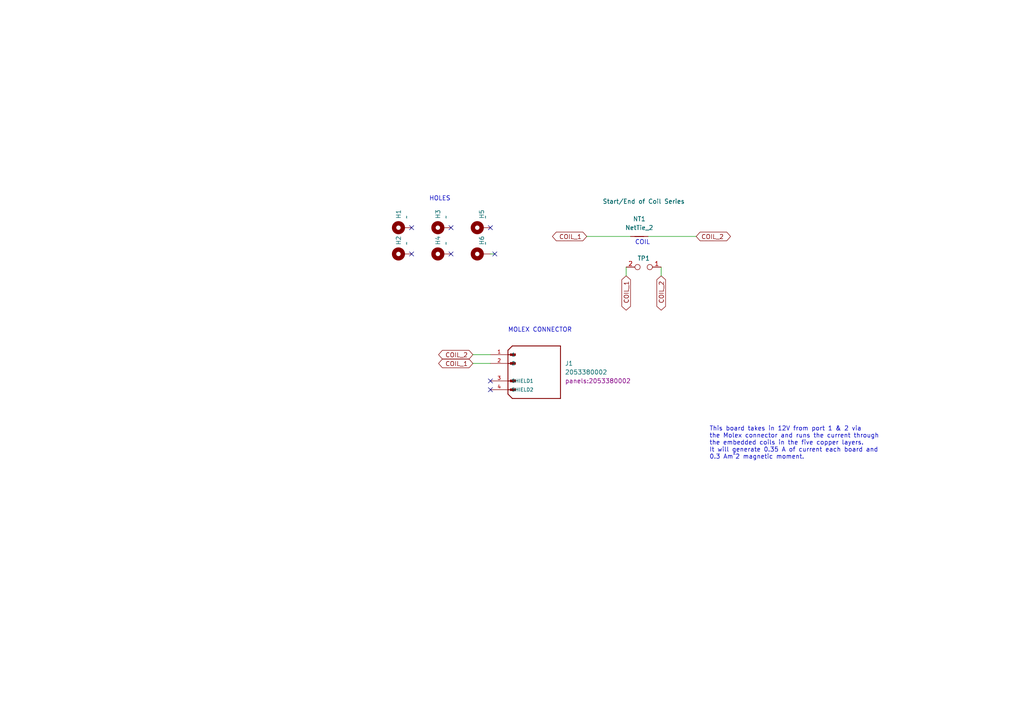
<source format=kicad_sch>
(kicad_sch (version 20230121) (generator eeschema)
  (paper "A4")
  (title_block (title "Magnemite") (date "2024-05-08") (rev "2.0") (comment 1 "Designed by: Eric Liu"))
  (lib_symbols
    (symbol "Device:NetTie_2" (pin_numbers hide) (pin_names (offset 0) hide) (in_bom no)
      (property "Reference" "NT" (at 0 1.27 0))
      (property "Value" "NetTie_2" (at 0 -1.27 0))
      (symbol "NetTie_2_0_1"
        (polyline (pts (xy -1.27 0) (xy 1.27 0)) (stroke (width 0.254)))
      )
      (symbol "NetTie_2_1_1"
        (pin passive line (at -2.54 0 0) (length 2.54) (name "1") (number "1"))
        (pin passive line (at 2.54 0 180) (length 2.54) (name "2") (number "2"))
      )
    )
    (symbol "Mechanical:MountingHole_Pad" (pin_numbers hide) (pin_names (offset 1.016) hide)
      (property "Reference" "H" (at 0 6.35 0))
      (property "Value" "MountingHole_Pad" (at 0 4.445 0))
      (symbol "MountingHole_Pad_0_1"
        (circle (center 0 1.27) (radius 1.27) (stroke (width 1.27)))
      )
      (symbol "MountingHole_Pad_1_1"
        (pin input line (at 0 -2.54 90) (length 2.54) (name "1") (number "1"))
      )
    )
    (symbol "sidepanels:2053380002" (pin_names (offset 1.016))
      (property "Reference" "J1" (at 8.89 2.54 0))
      (property "Value" "2053380002" (at 8.89 0 0))
      (property "Footprint" "panels:2053380002" (at 8.89 -2.54 0))
      (symbol "2053380002_0_0"
        (rectangle (start -6.985 -5.3975) (end -5.3975 -4.7625) (stroke (width 0.1)) (fill (type outline)))
        (rectangle (start -6.985 -2.8575) (end -5.3975 -2.2225) (stroke (width 0.1)) (fill (type outline)))
        (rectangle (start -6.985 2.2225) (end -5.3975 2.8575) (stroke (width 0.1)) (fill (type outline)))
        (rectangle (start -6.985 4.7625) (end -5.3975 5.3975) (stroke (width 0.1)) (fill (type outline)))
        (polyline (pts (xy -7.62 -6.35) (xy -6.35 -7.62)) (stroke (width 0.254)))
        (polyline (pts (xy -7.62 -5.08) (xy -5.715 -5.08)) (stroke (width 0.254)))
        (polyline (pts (xy -7.62 -2.54) (xy -5.715 -2.54)) (stroke (width 0.254)))
        (polyline (pts (xy -7.62 2.54) (xy -5.715 2.54)) (stroke (width 0.254)))
        (polyline (pts (xy -7.62 5.08) (xy -5.715 5.08)) (stroke (width 0.254)))
        (polyline (pts (xy -7.62 6.35) (xy -7.62 -6.35)) (stroke (width 0.254)))
        (polyline (pts (xy -7.62 6.35) (xy -6.35 7.62)) (stroke (width 0.254)))
        (polyline (pts (xy -6.35 -7.62) (xy 7.62 -7.62)) (stroke (width 0.254)))
        (polyline (pts (xy 7.62 -7.62) (xy 7.62 7.62)) (stroke (width 0.254)))
        (polyline (pts (xy 7.62 7.62) (xy -6.35 7.62)) (stroke (width 0.254)))
        (pin passive line (at -12.7 5.08 0) (length 5.08) (name "1") (number "1"))
        (pin passive line (at -12.7 2.54 0) (length 5.08) (name "2") (number "2"))
        (pin passive line (at -12.7 -2.54 0) (length 5.08) (name "SHIELD1") (number "3"))
        (pin passive line (at -12.7 -5.08 0) (length 5.08) (name "SHIELD2") (number "4"))
      )
    )
    (symbol "sidepanels:TestPointConnection" (pin_names (offset 0.762) hide)
      (property "Reference" "TP" (at 0 1.524 0))
      (property "Value" "TestPointConnection" (at 0 -1.778 0))
      (symbol "TestPointConnection_0_1"
        (circle (center -1.778 0) (radius 0.762))
        (circle (center 1.778 0) (radius 0.762))
        (pin passive line (at -5.08 0 0) (length 2.54) (name "1") (number "1"))
        (pin passive line (at 5.08 0 180) (length 2.54) (name "2") (number "2"))
      )
    )
  )
  (no_connect (at 130.81 66.04))
  (no_connect (at 119.38 66.04))
  (no_connect (at 130.81 73.66))
  (no_connect (at 142.24 113.03))
  (no_connect (at 143.51 73.66))
  (no_connect (at 142.24 110.49))
  (no_connect (at 142.24 66.04))
  (no_connect (at 119.38 73.66))
  (wire (pts (xy 191.77 80.01) (xy 191.77 77.47)))
  (wire (pts (xy 137.16 102.87) (xy 142.24 102.87)))
  (wire (pts (xy 201.93 68.58) (xy 187.96 68.58)))
  (wire (pts (xy 181.61 80.01) (xy 181.61 77.47)))
  (wire (pts (xy 143.51 73.66) (xy 142.24 73.66)))
  (wire (pts (xy 170.18 68.58) (xy 182.88 68.58)))
  (wire (pts (xy 137.16 105.41) (xy 142.24 105.41)))
  (text "MOLEX CONNECTOR\n" (at 147.32 96.52 0) (effects (font (size 1.27 1.27)) (justify left bottom)))
  (text "This board takes in 12V from port 1 & 2 via \nthe Molex connector and runs the current through \nthe embedded coils in the five copper layers. \nIt will generate 0.35 A of current each board and \n0.3 Am^2 magnetic moment." (at 205.74 133.35 0) (effects (font (size 1.27 1.27)) (justify left bottom)))
  (text "COIL" (at 184.15 71.12 0) (effects (font (size 1.27 1.27)) (justify left bottom)))
  (text "HOLES" (at 124.46 58.42 0) (effects (font (size 1.27 1.27)) (justify left bottom)))
  (global_label "COIL_1" (shape bidirectional) (at 137.16 105.41 180) (property "Intersheetrefs" "${INTERSHEET_REFS}" (effects hide)))
  (global_label "COIL_2" (shape bidirectional) (at 137.16 102.87 180) (property "Intersheetrefs" "${INTERSHEET_REFS}" (effects hide)))
  (global_label "COIL_1" (shape bidirectional) (at 170.18 68.58 180) (property "Intersheetrefs" "${INTERSHEET_REFS}" (effects hide)))
  (global_label "COIL_1" (shape bidirectional) (at 181.61 80.01 270) (property "Intersheetrefs" "${INTERSHEET_REFS}" (effects hide)))
  (global_label "COIL_2" (shape bidirectional) (at 191.77 80.01 270) (property "Intersheetrefs" "${INTERSHEET_REFS}" (effects hide)))
  (global_label "COIL_2" (shape bidirectional) (at 201.93 68.58 0) (property "Intersheetrefs" "${INTERSHEET_REFS}" (effects hide)))
  (symbol (lib_id "Device:NetTie_2") (at 185.42 68.58 0) (unit 1) (in_bom no)
    (property "Reference" "NT1" (at 185.42 63.5 0))
    (property "Value" "NetTie_2" (at 185.42 66.04 0))
    (property "Footprint" "NetTie:NetTie-2_SMD_Pad0.5mm" (effects hide))
  )
  (symbol (lib_id "sidepanels:TestPointConnection") (at 186.69 77.47 180) (unit 1) (in_bom no)
    (property "Reference" "TP1" (at 186.69 74.93 0))
    (property "Value" "Start/End of Coil Series" (at 186.69 58.42 0))
    (property "Footprint" "panels:TestPointConnection" (effects hide))
  )
  (symbol (lib_id "sidepanels:2053380002") (at 154.94 107.95 0) (unit 1)
    (property "Reference" "J1" (at 163.83 105.41 0) (effects (justify left)))
    (property "Value" "2053380002" (at 163.83 107.95 0) (effects (justify left)))
    (property "Footprint" "panels:2053380002" (at 163.83 110.49 0) (effects (justify left)))
    (property "PARTREV" "B" (effects hide))
    (property "STANDARD" "Manufacturer Recommendations" (effects hide))
    (property "MAXIMUM_PACKAGE_HEIGHT" "2.6 mm" (effects hide))
    (property "MANUFACTURER" "Molex" (effects hide))
  )
  (symbol (lib_id "Mechanical:MountingHole_Pad") (at 139.7 73.66 90) (unit 1) (in_bom no)
    (property "Reference" "H6" (at 139.7254 71.12 0) (effects (justify left)))
    (property "Value" "~" (at 140.7668 71.12 0) (effects (justify left)))
    (property "Footprint" "MountingHole:MountingHole_2.2mm_M2_DIN965_Pad_TopBottom" (effects hide))
  )
  (symbol (lib_id "Mechanical:MountingHole_Pad") (at 128.27 66.04 90) (unit 1) (in_bom no)
    (property "Reference" "H3" (at 127.0254 63.5 0) (effects (justify left)))
    (property "Value" "~" (at 129.3368 63.5 0) (effects (justify left)))
    (property "Footprint" "MountingHole:MountingHole_2.2mm_M2_DIN965_Pad_TopBottom" (effects hide))
  )
  (symbol (lib_id "Mechanical:MountingHole_Pad") (at 116.84 73.66 90) (unit 1) (in_bom no)
    (property "Reference" "H2" (at 115.5954 71.12 0) (effects (justify left)))
    (property "Value" "~" (at 117.9068 71.12 0) (effects (justify left)))
    (property "Footprint" "MountingHole:MountingHole_2.2mm_M2_DIN965_Pad_TopBottom" (effects hide))
  )
  (symbol (lib_id "Mechanical:MountingHole_Pad") (at 116.84 66.04 90) (unit 1) (in_bom no)
    (property "Reference" "H1" (at 115.5954 63.5 0) (effects (justify left)))
    (property "Value" "~" (at 117.9068 63.5 0) (effects (justify left)))
    (property "Footprint" "MountingHole:MountingHole_2.2mm_M2_DIN965_Pad_TopBottom" (effects hide))
  )
  (symbol (lib_id "Mechanical:MountingHole_Pad") (at 128.27 73.66 90) (unit 1) (in_bom no)
    (property "Reference" "H4" (at 127.0254 71.12 0) (effects (justify left)))
    (property "Value" "~" (at 129.3368 71.12 0) (effects (justify left)))
    (property "Footprint" "MountingHole:MountingHole_2.2mm_M2_DIN965_Pad_TopBottom" (effects hide))
  )
  (symbol (lib_id "Mechanical:MountingHole_Pad") (at 139.7 66.04 90) (unit 1) (in_bom no)
    (property "Reference" "H5" (at 139.7254 63.5 0) (effects (justify left)))
    (property "Value" "~" (at 140.7668 63.5 0) (effects (justify left)))
    (property "Footprint" "MountingHole:MountingHole_2.2mm_M2_DIN965_Pad_TopBottom" (effects hide))
  )
)
</source>
